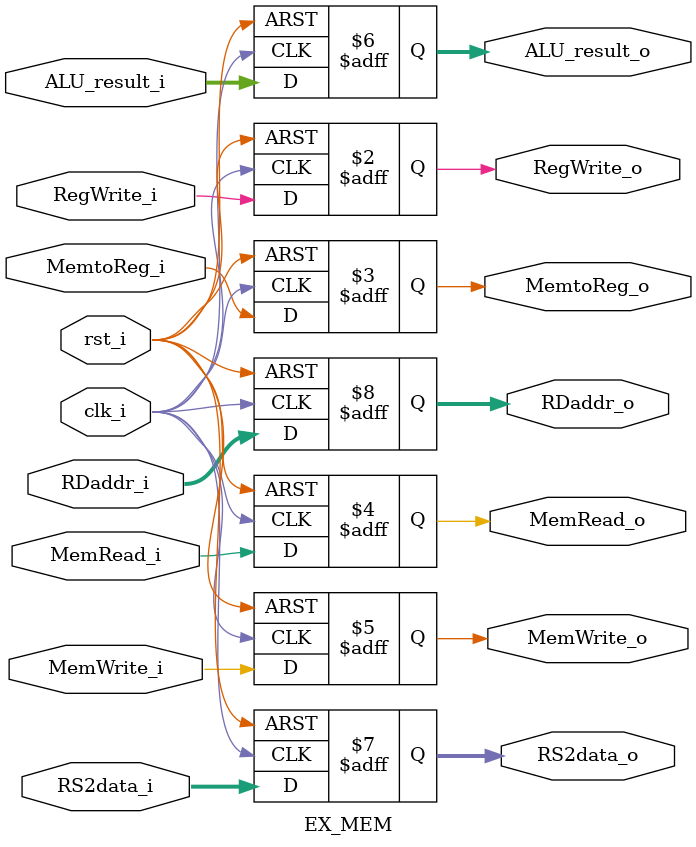
<source format=v>
module EX_MEM
(
    clk_i,
    rst_i,
    RegWrite_i,
    MemtoReg_i,
    MemRead_i,
    MemWrite_i,
    ALU_result_i,
    RS2data_i,
    RDaddr_i, 
    RegWrite_o,
    MemtoReg_o,
    MemRead_o,
    MemWrite_o,
    ALU_result_o,
    RS2data_o,
    RDaddr_o, 
);

input   clk_i;
input   rst_i;
input   RegWrite_i;
input   MemtoReg_i;
input   MemRead_i;
input   MemWrite_i;
input   [31:0]  ALU_result_i;
input   [31:0]  RS2data_i;
input   [4:0]   RDaddr_i;

output   RegWrite_o;
output   MemtoReg_o;
output   MemRead_o;
output   MemWrite_o;
output  [31:0]  ALU_result_o;
output  [31:0]  RS2data_o;
output  [4:0]   RDaddr_o;

reg             RegWrite_o;
reg             MemtoReg_o;
reg             MemRead_o;
reg             MemWrite_o;
reg     [31:0]  ALU_result_o;
reg     [31:0]  RS2data_o;
reg     [4:0]   RDaddr_o;

always@(posedge clk_i or posedge rst_i) begin
    if(rst_i)begin
        RegWrite_o <= 0;
        MemtoReg_o <= 0;
        MemRead_o <= 0;
        MemWrite_o <= 0;
        ALU_result_o <= 32'b0;
        RS2data_o <= 32'b0;
        RDaddr_o <= 5'b0;
    end
    else begin
        RegWrite_o <= RegWrite_i;
        MemtoReg_o <= MemtoReg_i;
        MemRead_o <= MemRead_i;
        MemWrite_o <= MemWrite_i;
        ALU_result_o <= ALU_result_i;
        RS2data_o <= RS2data_i;
        RDaddr_o <= RDaddr_i;
    end
end

endmodule
</source>
